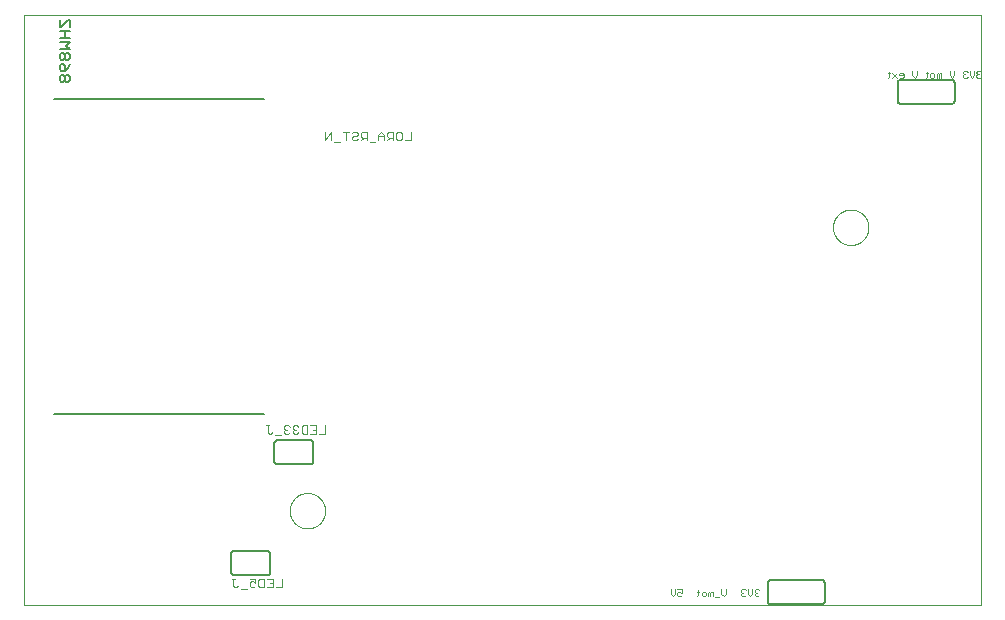
<source format=gbo>
G75*
%MOIN*%
%OFA0B0*%
%FSLAX25Y25*%
%IPPOS*%
%LPD*%
%AMOC8*
5,1,8,0,0,1.08239X$1,22.5*
%
%ADD10C,0.00000*%
%ADD11C,0.00200*%
%ADD12C,0.00600*%
%ADD13C,0.00300*%
%ADD14C,0.00500*%
%ADD15C,0.00700*%
D10*
X0007131Y0012652D02*
X0007131Y0209502D01*
X0326029Y0209502D01*
X0326029Y0012652D01*
X0007131Y0012652D01*
X0095714Y0044148D02*
X0095716Y0044301D01*
X0095722Y0044455D01*
X0095732Y0044608D01*
X0095746Y0044760D01*
X0095764Y0044913D01*
X0095786Y0045064D01*
X0095811Y0045215D01*
X0095841Y0045366D01*
X0095875Y0045516D01*
X0095912Y0045664D01*
X0095953Y0045812D01*
X0095998Y0045958D01*
X0096047Y0046104D01*
X0096100Y0046248D01*
X0096156Y0046390D01*
X0096216Y0046531D01*
X0096280Y0046671D01*
X0096347Y0046809D01*
X0096418Y0046945D01*
X0096493Y0047079D01*
X0096570Y0047211D01*
X0096652Y0047341D01*
X0096736Y0047469D01*
X0096824Y0047595D01*
X0096915Y0047718D01*
X0097009Y0047839D01*
X0097107Y0047957D01*
X0097207Y0048073D01*
X0097311Y0048186D01*
X0097417Y0048297D01*
X0097526Y0048405D01*
X0097638Y0048510D01*
X0097752Y0048611D01*
X0097870Y0048710D01*
X0097989Y0048806D01*
X0098111Y0048899D01*
X0098236Y0048988D01*
X0098363Y0049075D01*
X0098492Y0049157D01*
X0098623Y0049237D01*
X0098756Y0049313D01*
X0098891Y0049386D01*
X0099028Y0049455D01*
X0099167Y0049520D01*
X0099307Y0049582D01*
X0099449Y0049640D01*
X0099592Y0049695D01*
X0099737Y0049746D01*
X0099883Y0049793D01*
X0100030Y0049836D01*
X0100178Y0049875D01*
X0100327Y0049911D01*
X0100477Y0049942D01*
X0100628Y0049970D01*
X0100779Y0049994D01*
X0100932Y0050014D01*
X0101084Y0050030D01*
X0101237Y0050042D01*
X0101390Y0050050D01*
X0101543Y0050054D01*
X0101697Y0050054D01*
X0101850Y0050050D01*
X0102003Y0050042D01*
X0102156Y0050030D01*
X0102308Y0050014D01*
X0102461Y0049994D01*
X0102612Y0049970D01*
X0102763Y0049942D01*
X0102913Y0049911D01*
X0103062Y0049875D01*
X0103210Y0049836D01*
X0103357Y0049793D01*
X0103503Y0049746D01*
X0103648Y0049695D01*
X0103791Y0049640D01*
X0103933Y0049582D01*
X0104073Y0049520D01*
X0104212Y0049455D01*
X0104349Y0049386D01*
X0104484Y0049313D01*
X0104617Y0049237D01*
X0104748Y0049157D01*
X0104877Y0049075D01*
X0105004Y0048988D01*
X0105129Y0048899D01*
X0105251Y0048806D01*
X0105370Y0048710D01*
X0105488Y0048611D01*
X0105602Y0048510D01*
X0105714Y0048405D01*
X0105823Y0048297D01*
X0105929Y0048186D01*
X0106033Y0048073D01*
X0106133Y0047957D01*
X0106231Y0047839D01*
X0106325Y0047718D01*
X0106416Y0047595D01*
X0106504Y0047469D01*
X0106588Y0047341D01*
X0106670Y0047211D01*
X0106747Y0047079D01*
X0106822Y0046945D01*
X0106893Y0046809D01*
X0106960Y0046671D01*
X0107024Y0046531D01*
X0107084Y0046390D01*
X0107140Y0046248D01*
X0107193Y0046104D01*
X0107242Y0045958D01*
X0107287Y0045812D01*
X0107328Y0045664D01*
X0107365Y0045516D01*
X0107399Y0045366D01*
X0107429Y0045215D01*
X0107454Y0045064D01*
X0107476Y0044913D01*
X0107494Y0044760D01*
X0107508Y0044608D01*
X0107518Y0044455D01*
X0107524Y0044301D01*
X0107526Y0044148D01*
X0107524Y0043995D01*
X0107518Y0043841D01*
X0107508Y0043688D01*
X0107494Y0043536D01*
X0107476Y0043383D01*
X0107454Y0043232D01*
X0107429Y0043081D01*
X0107399Y0042930D01*
X0107365Y0042780D01*
X0107328Y0042632D01*
X0107287Y0042484D01*
X0107242Y0042338D01*
X0107193Y0042192D01*
X0107140Y0042048D01*
X0107084Y0041906D01*
X0107024Y0041765D01*
X0106960Y0041625D01*
X0106893Y0041487D01*
X0106822Y0041351D01*
X0106747Y0041217D01*
X0106670Y0041085D01*
X0106588Y0040955D01*
X0106504Y0040827D01*
X0106416Y0040701D01*
X0106325Y0040578D01*
X0106231Y0040457D01*
X0106133Y0040339D01*
X0106033Y0040223D01*
X0105929Y0040110D01*
X0105823Y0039999D01*
X0105714Y0039891D01*
X0105602Y0039786D01*
X0105488Y0039685D01*
X0105370Y0039586D01*
X0105251Y0039490D01*
X0105129Y0039397D01*
X0105004Y0039308D01*
X0104877Y0039221D01*
X0104748Y0039139D01*
X0104617Y0039059D01*
X0104484Y0038983D01*
X0104349Y0038910D01*
X0104212Y0038841D01*
X0104073Y0038776D01*
X0103933Y0038714D01*
X0103791Y0038656D01*
X0103648Y0038601D01*
X0103503Y0038550D01*
X0103357Y0038503D01*
X0103210Y0038460D01*
X0103062Y0038421D01*
X0102913Y0038385D01*
X0102763Y0038354D01*
X0102612Y0038326D01*
X0102461Y0038302D01*
X0102308Y0038282D01*
X0102156Y0038266D01*
X0102003Y0038254D01*
X0101850Y0038246D01*
X0101697Y0038242D01*
X0101543Y0038242D01*
X0101390Y0038246D01*
X0101237Y0038254D01*
X0101084Y0038266D01*
X0100932Y0038282D01*
X0100779Y0038302D01*
X0100628Y0038326D01*
X0100477Y0038354D01*
X0100327Y0038385D01*
X0100178Y0038421D01*
X0100030Y0038460D01*
X0099883Y0038503D01*
X0099737Y0038550D01*
X0099592Y0038601D01*
X0099449Y0038656D01*
X0099307Y0038714D01*
X0099167Y0038776D01*
X0099028Y0038841D01*
X0098891Y0038910D01*
X0098756Y0038983D01*
X0098623Y0039059D01*
X0098492Y0039139D01*
X0098363Y0039221D01*
X0098236Y0039308D01*
X0098111Y0039397D01*
X0097989Y0039490D01*
X0097870Y0039586D01*
X0097752Y0039685D01*
X0097638Y0039786D01*
X0097526Y0039891D01*
X0097417Y0039999D01*
X0097311Y0040110D01*
X0097207Y0040223D01*
X0097107Y0040339D01*
X0097009Y0040457D01*
X0096915Y0040578D01*
X0096824Y0040701D01*
X0096736Y0040827D01*
X0096652Y0040955D01*
X0096570Y0041085D01*
X0096493Y0041217D01*
X0096418Y0041351D01*
X0096347Y0041487D01*
X0096280Y0041625D01*
X0096216Y0041765D01*
X0096156Y0041906D01*
X0096100Y0042048D01*
X0096047Y0042192D01*
X0095998Y0042338D01*
X0095953Y0042484D01*
X0095912Y0042632D01*
X0095875Y0042780D01*
X0095841Y0042930D01*
X0095811Y0043081D01*
X0095786Y0043232D01*
X0095764Y0043383D01*
X0095746Y0043536D01*
X0095732Y0043688D01*
X0095722Y0043841D01*
X0095716Y0043995D01*
X0095714Y0044148D01*
X0276816Y0138636D02*
X0276818Y0138789D01*
X0276824Y0138943D01*
X0276834Y0139096D01*
X0276848Y0139248D01*
X0276866Y0139401D01*
X0276888Y0139552D01*
X0276913Y0139703D01*
X0276943Y0139854D01*
X0276977Y0140004D01*
X0277014Y0140152D01*
X0277055Y0140300D01*
X0277100Y0140446D01*
X0277149Y0140592D01*
X0277202Y0140736D01*
X0277258Y0140878D01*
X0277318Y0141019D01*
X0277382Y0141159D01*
X0277449Y0141297D01*
X0277520Y0141433D01*
X0277595Y0141567D01*
X0277672Y0141699D01*
X0277754Y0141829D01*
X0277838Y0141957D01*
X0277926Y0142083D01*
X0278017Y0142206D01*
X0278111Y0142327D01*
X0278209Y0142445D01*
X0278309Y0142561D01*
X0278413Y0142674D01*
X0278519Y0142785D01*
X0278628Y0142893D01*
X0278740Y0142998D01*
X0278854Y0143099D01*
X0278972Y0143198D01*
X0279091Y0143294D01*
X0279213Y0143387D01*
X0279338Y0143476D01*
X0279465Y0143563D01*
X0279594Y0143645D01*
X0279725Y0143725D01*
X0279858Y0143801D01*
X0279993Y0143874D01*
X0280130Y0143943D01*
X0280269Y0144008D01*
X0280409Y0144070D01*
X0280551Y0144128D01*
X0280694Y0144183D01*
X0280839Y0144234D01*
X0280985Y0144281D01*
X0281132Y0144324D01*
X0281280Y0144363D01*
X0281429Y0144399D01*
X0281579Y0144430D01*
X0281730Y0144458D01*
X0281881Y0144482D01*
X0282034Y0144502D01*
X0282186Y0144518D01*
X0282339Y0144530D01*
X0282492Y0144538D01*
X0282645Y0144542D01*
X0282799Y0144542D01*
X0282952Y0144538D01*
X0283105Y0144530D01*
X0283258Y0144518D01*
X0283410Y0144502D01*
X0283563Y0144482D01*
X0283714Y0144458D01*
X0283865Y0144430D01*
X0284015Y0144399D01*
X0284164Y0144363D01*
X0284312Y0144324D01*
X0284459Y0144281D01*
X0284605Y0144234D01*
X0284750Y0144183D01*
X0284893Y0144128D01*
X0285035Y0144070D01*
X0285175Y0144008D01*
X0285314Y0143943D01*
X0285451Y0143874D01*
X0285586Y0143801D01*
X0285719Y0143725D01*
X0285850Y0143645D01*
X0285979Y0143563D01*
X0286106Y0143476D01*
X0286231Y0143387D01*
X0286353Y0143294D01*
X0286472Y0143198D01*
X0286590Y0143099D01*
X0286704Y0142998D01*
X0286816Y0142893D01*
X0286925Y0142785D01*
X0287031Y0142674D01*
X0287135Y0142561D01*
X0287235Y0142445D01*
X0287333Y0142327D01*
X0287427Y0142206D01*
X0287518Y0142083D01*
X0287606Y0141957D01*
X0287690Y0141829D01*
X0287772Y0141699D01*
X0287849Y0141567D01*
X0287924Y0141433D01*
X0287995Y0141297D01*
X0288062Y0141159D01*
X0288126Y0141019D01*
X0288186Y0140878D01*
X0288242Y0140736D01*
X0288295Y0140592D01*
X0288344Y0140446D01*
X0288389Y0140300D01*
X0288430Y0140152D01*
X0288467Y0140004D01*
X0288501Y0139854D01*
X0288531Y0139703D01*
X0288556Y0139552D01*
X0288578Y0139401D01*
X0288596Y0139248D01*
X0288610Y0139096D01*
X0288620Y0138943D01*
X0288626Y0138789D01*
X0288628Y0138636D01*
X0288626Y0138483D01*
X0288620Y0138329D01*
X0288610Y0138176D01*
X0288596Y0138024D01*
X0288578Y0137871D01*
X0288556Y0137720D01*
X0288531Y0137569D01*
X0288501Y0137418D01*
X0288467Y0137268D01*
X0288430Y0137120D01*
X0288389Y0136972D01*
X0288344Y0136826D01*
X0288295Y0136680D01*
X0288242Y0136536D01*
X0288186Y0136394D01*
X0288126Y0136253D01*
X0288062Y0136113D01*
X0287995Y0135975D01*
X0287924Y0135839D01*
X0287849Y0135705D01*
X0287772Y0135573D01*
X0287690Y0135443D01*
X0287606Y0135315D01*
X0287518Y0135189D01*
X0287427Y0135066D01*
X0287333Y0134945D01*
X0287235Y0134827D01*
X0287135Y0134711D01*
X0287031Y0134598D01*
X0286925Y0134487D01*
X0286816Y0134379D01*
X0286704Y0134274D01*
X0286590Y0134173D01*
X0286472Y0134074D01*
X0286353Y0133978D01*
X0286231Y0133885D01*
X0286106Y0133796D01*
X0285979Y0133709D01*
X0285850Y0133627D01*
X0285719Y0133547D01*
X0285586Y0133471D01*
X0285451Y0133398D01*
X0285314Y0133329D01*
X0285175Y0133264D01*
X0285035Y0133202D01*
X0284893Y0133144D01*
X0284750Y0133089D01*
X0284605Y0133038D01*
X0284459Y0132991D01*
X0284312Y0132948D01*
X0284164Y0132909D01*
X0284015Y0132873D01*
X0283865Y0132842D01*
X0283714Y0132814D01*
X0283563Y0132790D01*
X0283410Y0132770D01*
X0283258Y0132754D01*
X0283105Y0132742D01*
X0282952Y0132734D01*
X0282799Y0132730D01*
X0282645Y0132730D01*
X0282492Y0132734D01*
X0282339Y0132742D01*
X0282186Y0132754D01*
X0282034Y0132770D01*
X0281881Y0132790D01*
X0281730Y0132814D01*
X0281579Y0132842D01*
X0281429Y0132873D01*
X0281280Y0132909D01*
X0281132Y0132948D01*
X0280985Y0132991D01*
X0280839Y0133038D01*
X0280694Y0133089D01*
X0280551Y0133144D01*
X0280409Y0133202D01*
X0280269Y0133264D01*
X0280130Y0133329D01*
X0279993Y0133398D01*
X0279858Y0133471D01*
X0279725Y0133547D01*
X0279594Y0133627D01*
X0279465Y0133709D01*
X0279338Y0133796D01*
X0279213Y0133885D01*
X0279091Y0133978D01*
X0278972Y0134074D01*
X0278854Y0134173D01*
X0278740Y0134274D01*
X0278628Y0134379D01*
X0278519Y0134487D01*
X0278413Y0134598D01*
X0278309Y0134711D01*
X0278209Y0134827D01*
X0278111Y0134945D01*
X0278017Y0135066D01*
X0277926Y0135189D01*
X0277838Y0135315D01*
X0277754Y0135443D01*
X0277672Y0135573D01*
X0277595Y0135705D01*
X0277520Y0135839D01*
X0277449Y0135975D01*
X0277382Y0136113D01*
X0277318Y0136253D01*
X0277258Y0136394D01*
X0277202Y0136536D01*
X0277149Y0136680D01*
X0277100Y0136826D01*
X0277055Y0136972D01*
X0277014Y0137120D01*
X0276977Y0137268D01*
X0276943Y0137418D01*
X0276913Y0137569D01*
X0276888Y0137720D01*
X0276866Y0137871D01*
X0276848Y0138024D01*
X0276834Y0138176D01*
X0276824Y0138329D01*
X0276818Y0138483D01*
X0276816Y0138636D01*
D11*
X0295165Y0188496D02*
X0295532Y0188863D01*
X0295532Y0190331D01*
X0295899Y0189964D02*
X0295165Y0189964D01*
X0296641Y0189964D02*
X0298109Y0188496D01*
X0298851Y0189230D02*
X0300319Y0189230D01*
X0300319Y0188863D02*
X0300319Y0189597D01*
X0299952Y0189964D01*
X0299218Y0189964D01*
X0298851Y0189597D01*
X0298851Y0189230D01*
X0299218Y0188496D02*
X0299952Y0188496D01*
X0300319Y0188863D01*
X0301061Y0188129D02*
X0302529Y0188129D01*
X0303271Y0189230D02*
X0303271Y0190698D01*
X0303271Y0189230D02*
X0304005Y0188496D01*
X0304739Y0189230D01*
X0304739Y0190698D01*
X0307688Y0189964D02*
X0308422Y0189964D01*
X0308055Y0190331D02*
X0308055Y0188863D01*
X0307688Y0188496D01*
X0309164Y0188863D02*
X0309164Y0189597D01*
X0309531Y0189964D01*
X0310265Y0189964D01*
X0310632Y0189597D01*
X0310632Y0188863D01*
X0310265Y0188496D01*
X0309531Y0188496D01*
X0309164Y0188863D01*
X0311374Y0188496D02*
X0311374Y0189597D01*
X0311741Y0189964D01*
X0312108Y0189597D01*
X0312108Y0188496D01*
X0312842Y0188496D02*
X0312842Y0189964D01*
X0312475Y0189964D01*
X0312108Y0189597D01*
X0313584Y0188129D02*
X0315052Y0188129D01*
X0315794Y0189230D02*
X0315794Y0190698D01*
X0317262Y0190698D02*
X0317262Y0189230D01*
X0316528Y0188496D01*
X0315794Y0189230D01*
X0320213Y0189230D02*
X0320213Y0188863D01*
X0320580Y0188496D01*
X0321314Y0188496D01*
X0321681Y0188863D01*
X0322423Y0189230D02*
X0322423Y0190698D01*
X0321681Y0190331D02*
X0321314Y0190698D01*
X0320580Y0190698D01*
X0320213Y0190331D01*
X0320213Y0189964D01*
X0320580Y0189597D01*
X0320213Y0189230D01*
X0320580Y0189597D02*
X0320947Y0189597D01*
X0322423Y0189230D02*
X0323157Y0188496D01*
X0323891Y0189230D01*
X0323891Y0190698D01*
X0324633Y0190331D02*
X0324633Y0189964D01*
X0325000Y0189597D01*
X0324633Y0189230D01*
X0324633Y0188863D01*
X0325000Y0188496D01*
X0325734Y0188496D01*
X0326101Y0188863D01*
X0325367Y0189597D02*
X0325000Y0189597D01*
X0324633Y0190331D02*
X0325000Y0190698D01*
X0325734Y0190698D01*
X0326101Y0190331D01*
X0298109Y0189964D02*
X0296641Y0188496D01*
X0251770Y0017935D02*
X0251036Y0017935D01*
X0250669Y0017568D01*
X0250669Y0017201D01*
X0251036Y0016834D01*
X0250669Y0016467D01*
X0250669Y0016100D01*
X0251036Y0015733D01*
X0251770Y0015733D01*
X0252137Y0016100D01*
X0251403Y0016834D02*
X0251036Y0016834D01*
X0249927Y0016467D02*
X0249927Y0017935D01*
X0249927Y0016467D02*
X0249193Y0015733D01*
X0248459Y0016467D01*
X0248459Y0017935D01*
X0247717Y0017568D02*
X0247350Y0017935D01*
X0246616Y0017935D01*
X0246249Y0017568D01*
X0246249Y0017201D01*
X0246616Y0016834D01*
X0246249Y0016467D01*
X0246249Y0016100D01*
X0246616Y0015733D01*
X0247350Y0015733D01*
X0247717Y0016100D01*
X0246983Y0016834D02*
X0246616Y0016834D01*
X0241088Y0016467D02*
X0241088Y0017935D01*
X0241088Y0016467D02*
X0240354Y0015733D01*
X0239620Y0016467D01*
X0239620Y0017935D01*
X0238878Y0015366D02*
X0237410Y0015366D01*
X0236668Y0015733D02*
X0236668Y0017201D01*
X0236301Y0017201D01*
X0235934Y0016834D01*
X0235567Y0017201D01*
X0235200Y0016834D01*
X0235200Y0015733D01*
X0235934Y0015733D02*
X0235934Y0016834D01*
X0234458Y0016834D02*
X0234458Y0016100D01*
X0234091Y0015733D01*
X0233357Y0015733D01*
X0232990Y0016100D01*
X0232990Y0016834D01*
X0233357Y0017201D01*
X0234091Y0017201D01*
X0234458Y0016834D01*
X0232248Y0017201D02*
X0231514Y0017201D01*
X0231881Y0017568D02*
X0231881Y0016100D01*
X0231514Y0015733D01*
X0226355Y0016100D02*
X0225988Y0015733D01*
X0225254Y0015733D01*
X0224887Y0016100D01*
X0224887Y0016834D01*
X0225254Y0017201D01*
X0225621Y0017201D01*
X0226355Y0016834D01*
X0226355Y0017935D01*
X0224887Y0017935D01*
X0224145Y0017935D02*
X0224145Y0016467D01*
X0223411Y0015733D01*
X0222677Y0016467D01*
X0222677Y0017935D01*
X0251770Y0017935D02*
X0252137Y0017568D01*
D12*
X0255031Y0020115D02*
X0255031Y0014115D01*
X0255033Y0014055D01*
X0255038Y0013994D01*
X0255047Y0013935D01*
X0255060Y0013876D01*
X0255076Y0013817D01*
X0255096Y0013760D01*
X0255119Y0013705D01*
X0255146Y0013650D01*
X0255175Y0013598D01*
X0255208Y0013547D01*
X0255244Y0013498D01*
X0255282Y0013452D01*
X0255324Y0013408D01*
X0255368Y0013366D01*
X0255414Y0013328D01*
X0255463Y0013292D01*
X0255514Y0013259D01*
X0255566Y0013230D01*
X0255621Y0013203D01*
X0255676Y0013180D01*
X0255733Y0013160D01*
X0255792Y0013144D01*
X0255851Y0013131D01*
X0255910Y0013122D01*
X0255971Y0013117D01*
X0256031Y0013115D01*
X0273031Y0013115D01*
X0273091Y0013117D01*
X0273152Y0013122D01*
X0273211Y0013131D01*
X0273270Y0013144D01*
X0273329Y0013160D01*
X0273386Y0013180D01*
X0273441Y0013203D01*
X0273496Y0013230D01*
X0273548Y0013259D01*
X0273599Y0013292D01*
X0273648Y0013328D01*
X0273694Y0013366D01*
X0273738Y0013408D01*
X0273780Y0013452D01*
X0273818Y0013498D01*
X0273854Y0013547D01*
X0273887Y0013598D01*
X0273916Y0013650D01*
X0273943Y0013705D01*
X0273966Y0013760D01*
X0273986Y0013817D01*
X0274002Y0013876D01*
X0274015Y0013935D01*
X0274024Y0013994D01*
X0274029Y0014055D01*
X0274031Y0014115D01*
X0274031Y0020115D01*
X0274029Y0020175D01*
X0274024Y0020236D01*
X0274015Y0020295D01*
X0274002Y0020354D01*
X0273986Y0020413D01*
X0273966Y0020470D01*
X0273943Y0020525D01*
X0273916Y0020580D01*
X0273887Y0020632D01*
X0273854Y0020683D01*
X0273818Y0020732D01*
X0273780Y0020778D01*
X0273738Y0020822D01*
X0273694Y0020864D01*
X0273648Y0020902D01*
X0273599Y0020938D01*
X0273548Y0020971D01*
X0273496Y0021000D01*
X0273441Y0021027D01*
X0273386Y0021050D01*
X0273329Y0021070D01*
X0273270Y0021086D01*
X0273211Y0021099D01*
X0273152Y0021108D01*
X0273091Y0021113D01*
X0273031Y0021115D01*
X0256031Y0021115D01*
X0255971Y0021113D01*
X0255910Y0021108D01*
X0255851Y0021099D01*
X0255792Y0021086D01*
X0255733Y0021070D01*
X0255676Y0021050D01*
X0255621Y0021027D01*
X0255566Y0021000D01*
X0255514Y0020971D01*
X0255463Y0020938D01*
X0255414Y0020902D01*
X0255368Y0020864D01*
X0255324Y0020822D01*
X0255282Y0020778D01*
X0255244Y0020732D01*
X0255208Y0020683D01*
X0255175Y0020632D01*
X0255146Y0020580D01*
X0255119Y0020525D01*
X0255096Y0020470D01*
X0255076Y0020413D01*
X0255060Y0020354D01*
X0255047Y0020295D01*
X0255038Y0020236D01*
X0255033Y0020175D01*
X0255031Y0020115D01*
X0103631Y0060715D02*
X0103631Y0066715D01*
X0103629Y0066775D01*
X0103624Y0066836D01*
X0103615Y0066895D01*
X0103602Y0066954D01*
X0103586Y0067013D01*
X0103566Y0067070D01*
X0103543Y0067125D01*
X0103516Y0067180D01*
X0103487Y0067232D01*
X0103454Y0067283D01*
X0103418Y0067332D01*
X0103380Y0067378D01*
X0103338Y0067422D01*
X0103294Y0067464D01*
X0103248Y0067502D01*
X0103199Y0067538D01*
X0103148Y0067571D01*
X0103096Y0067600D01*
X0103041Y0067627D01*
X0102986Y0067650D01*
X0102929Y0067670D01*
X0102870Y0067686D01*
X0102811Y0067699D01*
X0102752Y0067708D01*
X0102691Y0067713D01*
X0102631Y0067715D01*
X0091631Y0067715D01*
X0091571Y0067713D01*
X0091510Y0067708D01*
X0091451Y0067699D01*
X0091392Y0067686D01*
X0091333Y0067670D01*
X0091276Y0067650D01*
X0091221Y0067627D01*
X0091166Y0067600D01*
X0091114Y0067571D01*
X0091063Y0067538D01*
X0091014Y0067502D01*
X0090968Y0067464D01*
X0090924Y0067422D01*
X0090882Y0067378D01*
X0090844Y0067332D01*
X0090808Y0067283D01*
X0090775Y0067232D01*
X0090746Y0067180D01*
X0090719Y0067125D01*
X0090696Y0067070D01*
X0090676Y0067013D01*
X0090660Y0066954D01*
X0090647Y0066895D01*
X0090638Y0066836D01*
X0090633Y0066775D01*
X0090631Y0066715D01*
X0090631Y0060715D01*
X0090633Y0060655D01*
X0090638Y0060594D01*
X0090647Y0060535D01*
X0090660Y0060476D01*
X0090676Y0060417D01*
X0090696Y0060360D01*
X0090719Y0060305D01*
X0090746Y0060250D01*
X0090775Y0060198D01*
X0090808Y0060147D01*
X0090844Y0060098D01*
X0090882Y0060052D01*
X0090924Y0060008D01*
X0090968Y0059966D01*
X0091014Y0059928D01*
X0091063Y0059892D01*
X0091114Y0059859D01*
X0091166Y0059830D01*
X0091221Y0059803D01*
X0091276Y0059780D01*
X0091333Y0059760D01*
X0091392Y0059744D01*
X0091451Y0059731D01*
X0091510Y0059722D01*
X0091571Y0059717D01*
X0091631Y0059715D01*
X0102631Y0059715D01*
X0102691Y0059717D01*
X0102752Y0059722D01*
X0102811Y0059731D01*
X0102870Y0059744D01*
X0102929Y0059760D01*
X0102986Y0059780D01*
X0103041Y0059803D01*
X0103096Y0059830D01*
X0103148Y0059859D01*
X0103199Y0059892D01*
X0103248Y0059928D01*
X0103294Y0059966D01*
X0103338Y0060008D01*
X0103380Y0060052D01*
X0103418Y0060098D01*
X0103454Y0060147D01*
X0103487Y0060198D01*
X0103516Y0060250D01*
X0103543Y0060305D01*
X0103566Y0060360D01*
X0103586Y0060417D01*
X0103602Y0060476D01*
X0103615Y0060535D01*
X0103624Y0060594D01*
X0103629Y0060655D01*
X0103631Y0060715D01*
X0088198Y0030778D02*
X0077198Y0030778D01*
X0077138Y0030776D01*
X0077077Y0030771D01*
X0077018Y0030762D01*
X0076959Y0030749D01*
X0076900Y0030733D01*
X0076843Y0030713D01*
X0076788Y0030690D01*
X0076733Y0030663D01*
X0076681Y0030634D01*
X0076630Y0030601D01*
X0076581Y0030565D01*
X0076535Y0030527D01*
X0076491Y0030485D01*
X0076449Y0030441D01*
X0076411Y0030395D01*
X0076375Y0030346D01*
X0076342Y0030295D01*
X0076313Y0030243D01*
X0076286Y0030188D01*
X0076263Y0030133D01*
X0076243Y0030076D01*
X0076227Y0030017D01*
X0076214Y0029958D01*
X0076205Y0029899D01*
X0076200Y0029838D01*
X0076198Y0029778D01*
X0076198Y0023778D01*
X0076200Y0023718D01*
X0076205Y0023657D01*
X0076214Y0023598D01*
X0076227Y0023539D01*
X0076243Y0023480D01*
X0076263Y0023423D01*
X0076286Y0023368D01*
X0076313Y0023313D01*
X0076342Y0023261D01*
X0076375Y0023210D01*
X0076411Y0023161D01*
X0076449Y0023115D01*
X0076491Y0023071D01*
X0076535Y0023029D01*
X0076581Y0022991D01*
X0076630Y0022955D01*
X0076681Y0022922D01*
X0076733Y0022893D01*
X0076788Y0022866D01*
X0076843Y0022843D01*
X0076900Y0022823D01*
X0076959Y0022807D01*
X0077018Y0022794D01*
X0077077Y0022785D01*
X0077138Y0022780D01*
X0077198Y0022778D01*
X0088198Y0022778D01*
X0088258Y0022780D01*
X0088319Y0022785D01*
X0088378Y0022794D01*
X0088437Y0022807D01*
X0088496Y0022823D01*
X0088553Y0022843D01*
X0088608Y0022866D01*
X0088663Y0022893D01*
X0088715Y0022922D01*
X0088766Y0022955D01*
X0088815Y0022991D01*
X0088861Y0023029D01*
X0088905Y0023071D01*
X0088947Y0023115D01*
X0088985Y0023161D01*
X0089021Y0023210D01*
X0089054Y0023261D01*
X0089083Y0023313D01*
X0089110Y0023368D01*
X0089133Y0023423D01*
X0089153Y0023480D01*
X0089169Y0023539D01*
X0089182Y0023598D01*
X0089191Y0023657D01*
X0089196Y0023718D01*
X0089198Y0023778D01*
X0089198Y0029778D01*
X0089196Y0029838D01*
X0089191Y0029899D01*
X0089182Y0029958D01*
X0089169Y0030017D01*
X0089153Y0030076D01*
X0089133Y0030133D01*
X0089110Y0030188D01*
X0089083Y0030243D01*
X0089054Y0030295D01*
X0089021Y0030346D01*
X0088985Y0030395D01*
X0088947Y0030441D01*
X0088905Y0030485D01*
X0088861Y0030527D01*
X0088815Y0030565D01*
X0088766Y0030601D01*
X0088715Y0030634D01*
X0088663Y0030663D01*
X0088608Y0030690D01*
X0088553Y0030713D01*
X0088496Y0030733D01*
X0088437Y0030749D01*
X0088378Y0030762D01*
X0088319Y0030771D01*
X0088258Y0030776D01*
X0088198Y0030778D01*
X0298337Y0180831D02*
X0298337Y0186831D01*
X0298339Y0186891D01*
X0298344Y0186952D01*
X0298353Y0187011D01*
X0298366Y0187070D01*
X0298382Y0187129D01*
X0298402Y0187186D01*
X0298425Y0187241D01*
X0298452Y0187296D01*
X0298481Y0187348D01*
X0298514Y0187399D01*
X0298550Y0187448D01*
X0298588Y0187494D01*
X0298630Y0187538D01*
X0298674Y0187580D01*
X0298720Y0187618D01*
X0298769Y0187654D01*
X0298820Y0187687D01*
X0298872Y0187716D01*
X0298927Y0187743D01*
X0298982Y0187766D01*
X0299039Y0187786D01*
X0299098Y0187802D01*
X0299157Y0187815D01*
X0299216Y0187824D01*
X0299277Y0187829D01*
X0299337Y0187831D01*
X0316337Y0187831D01*
X0316397Y0187829D01*
X0316458Y0187824D01*
X0316517Y0187815D01*
X0316576Y0187802D01*
X0316635Y0187786D01*
X0316692Y0187766D01*
X0316747Y0187743D01*
X0316802Y0187716D01*
X0316854Y0187687D01*
X0316905Y0187654D01*
X0316954Y0187618D01*
X0317000Y0187580D01*
X0317044Y0187538D01*
X0317086Y0187494D01*
X0317124Y0187448D01*
X0317160Y0187399D01*
X0317193Y0187348D01*
X0317222Y0187296D01*
X0317249Y0187241D01*
X0317272Y0187186D01*
X0317292Y0187129D01*
X0317308Y0187070D01*
X0317321Y0187011D01*
X0317330Y0186952D01*
X0317335Y0186891D01*
X0317337Y0186831D01*
X0317337Y0180831D01*
X0317335Y0180771D01*
X0317330Y0180710D01*
X0317321Y0180651D01*
X0317308Y0180592D01*
X0317292Y0180533D01*
X0317272Y0180476D01*
X0317249Y0180421D01*
X0317222Y0180366D01*
X0317193Y0180314D01*
X0317160Y0180263D01*
X0317124Y0180214D01*
X0317086Y0180168D01*
X0317044Y0180124D01*
X0317000Y0180082D01*
X0316954Y0180044D01*
X0316905Y0180008D01*
X0316854Y0179975D01*
X0316802Y0179946D01*
X0316747Y0179919D01*
X0316692Y0179896D01*
X0316635Y0179876D01*
X0316576Y0179860D01*
X0316517Y0179847D01*
X0316458Y0179838D01*
X0316397Y0179833D01*
X0316337Y0179831D01*
X0299337Y0179831D01*
X0299277Y0179833D01*
X0299216Y0179838D01*
X0299157Y0179847D01*
X0299098Y0179860D01*
X0299039Y0179876D01*
X0298982Y0179896D01*
X0298927Y0179919D01*
X0298872Y0179946D01*
X0298820Y0179975D01*
X0298769Y0180008D01*
X0298720Y0180044D01*
X0298674Y0180082D01*
X0298630Y0180124D01*
X0298588Y0180168D01*
X0298550Y0180214D01*
X0298514Y0180263D01*
X0298481Y0180314D01*
X0298452Y0180366D01*
X0298425Y0180421D01*
X0298402Y0180476D01*
X0298382Y0180533D01*
X0298366Y0180592D01*
X0298353Y0180651D01*
X0298344Y0180710D01*
X0298339Y0180771D01*
X0298337Y0180831D01*
D13*
X0136081Y0170467D02*
X0136081Y0167565D01*
X0134147Y0167565D01*
X0133135Y0168049D02*
X0132651Y0167565D01*
X0131684Y0167565D01*
X0131200Y0168049D01*
X0131200Y0169984D01*
X0131684Y0170467D01*
X0132651Y0170467D01*
X0133135Y0169984D01*
X0133135Y0168049D01*
X0130188Y0168532D02*
X0128737Y0168532D01*
X0128253Y0169016D01*
X0128253Y0169984D01*
X0128737Y0170467D01*
X0130188Y0170467D01*
X0130188Y0167565D01*
X0129221Y0168532D02*
X0128253Y0167565D01*
X0127242Y0167565D02*
X0127242Y0169500D01*
X0126274Y0170467D01*
X0125307Y0169500D01*
X0125307Y0167565D01*
X0124295Y0167081D02*
X0122360Y0167081D01*
X0121349Y0167565D02*
X0121349Y0170467D01*
X0119898Y0170467D01*
X0119414Y0169984D01*
X0119414Y0169016D01*
X0119898Y0168532D01*
X0121349Y0168532D01*
X0120381Y0168532D02*
X0119414Y0167565D01*
X0118402Y0168049D02*
X0117919Y0167565D01*
X0116951Y0167565D01*
X0116467Y0168049D01*
X0116467Y0168532D01*
X0116951Y0169016D01*
X0117919Y0169016D01*
X0118402Y0169500D01*
X0118402Y0169984D01*
X0117919Y0170467D01*
X0116951Y0170467D01*
X0116467Y0169984D01*
X0115456Y0170467D02*
X0113521Y0170467D01*
X0114488Y0170467D02*
X0114488Y0167565D01*
X0112509Y0167081D02*
X0110574Y0167081D01*
X0109563Y0167565D02*
X0109563Y0170467D01*
X0107628Y0167565D01*
X0107628Y0170467D01*
X0125307Y0169016D02*
X0127242Y0169016D01*
X0107481Y0072667D02*
X0107481Y0069765D01*
X0105547Y0069765D01*
X0104535Y0069765D02*
X0104535Y0072667D01*
X0102600Y0072667D01*
X0101588Y0072667D02*
X0101588Y0069765D01*
X0100137Y0069765D01*
X0099653Y0070249D01*
X0099653Y0072184D01*
X0100137Y0072667D01*
X0101588Y0072667D01*
X0103567Y0071216D02*
X0104535Y0071216D01*
X0104535Y0069765D02*
X0102600Y0069765D01*
X0098642Y0070249D02*
X0098158Y0069765D01*
X0097191Y0069765D01*
X0096707Y0070249D01*
X0096707Y0070732D01*
X0097191Y0071216D01*
X0097674Y0071216D01*
X0097191Y0071216D02*
X0096707Y0071700D01*
X0096707Y0072184D01*
X0097191Y0072667D01*
X0098158Y0072667D01*
X0098642Y0072184D01*
X0095695Y0072184D02*
X0095212Y0072667D01*
X0094244Y0072667D01*
X0093760Y0072184D01*
X0093760Y0071700D01*
X0094244Y0071216D01*
X0093760Y0070732D01*
X0093760Y0070249D01*
X0094244Y0069765D01*
X0095212Y0069765D01*
X0095695Y0070249D01*
X0094728Y0071216D02*
X0094244Y0071216D01*
X0092749Y0069281D02*
X0090814Y0069281D01*
X0089802Y0070249D02*
X0089319Y0069765D01*
X0088835Y0069765D01*
X0088351Y0070249D01*
X0088351Y0072667D01*
X0088835Y0072667D02*
X0087867Y0072667D01*
X0088246Y0021530D02*
X0090181Y0021530D01*
X0090181Y0018628D01*
X0088246Y0018628D01*
X0087234Y0018628D02*
X0085783Y0018628D01*
X0085300Y0019112D01*
X0085300Y0021047D01*
X0085783Y0021530D01*
X0087234Y0021530D01*
X0087234Y0018628D01*
X0089214Y0020079D02*
X0090181Y0020079D01*
X0091193Y0018628D02*
X0093128Y0018628D01*
X0093128Y0021530D01*
X0084288Y0021530D02*
X0084288Y0020079D01*
X0083320Y0020563D01*
X0082837Y0020563D01*
X0082353Y0020079D01*
X0082353Y0019112D01*
X0082837Y0018628D01*
X0083804Y0018628D01*
X0084288Y0019112D01*
X0084288Y0021530D02*
X0082353Y0021530D01*
X0081341Y0018144D02*
X0079406Y0018144D01*
X0078395Y0019112D02*
X0077911Y0018628D01*
X0077427Y0018628D01*
X0076944Y0019112D01*
X0076944Y0021530D01*
X0077427Y0021530D02*
X0076460Y0021530D01*
D14*
X0087131Y0076515D02*
X0017053Y0076515D01*
X0017053Y0181515D02*
X0087131Y0181515D01*
D15*
X0022384Y0187615D02*
X0022384Y0188716D01*
X0021834Y0189267D01*
X0021283Y0189267D01*
X0020733Y0188716D01*
X0020733Y0187615D01*
X0021283Y0187065D01*
X0021834Y0187065D01*
X0022384Y0187615D01*
X0020733Y0187615D02*
X0020182Y0187065D01*
X0019632Y0187065D01*
X0019081Y0187615D01*
X0019081Y0188716D01*
X0019632Y0189267D01*
X0020182Y0189267D01*
X0020733Y0188716D01*
X0020733Y0190748D02*
X0019632Y0190748D01*
X0019081Y0191299D01*
X0019081Y0192400D01*
X0019632Y0192950D01*
X0020182Y0192950D01*
X0020733Y0192400D01*
X0020733Y0190748D01*
X0021834Y0191849D01*
X0022384Y0192950D01*
X0021834Y0194431D02*
X0021283Y0194431D01*
X0020733Y0194982D01*
X0020733Y0196083D01*
X0020182Y0196633D01*
X0019632Y0196633D01*
X0019081Y0196083D01*
X0019081Y0194982D01*
X0019632Y0194431D01*
X0020182Y0194431D01*
X0020733Y0194982D01*
X0020733Y0196083D02*
X0021283Y0196633D01*
X0021834Y0196633D01*
X0022384Y0196083D01*
X0022384Y0194982D01*
X0021834Y0194431D01*
X0022384Y0198114D02*
X0019081Y0198114D01*
X0019081Y0200316D02*
X0022384Y0200316D01*
X0021283Y0199215D01*
X0022384Y0198114D01*
X0022384Y0201798D02*
X0019081Y0201798D01*
X0020733Y0201798D02*
X0020733Y0203999D01*
X0022384Y0203999D02*
X0019081Y0203999D01*
X0019081Y0205481D02*
X0019081Y0207683D01*
X0019081Y0205481D02*
X0019632Y0205481D01*
X0021834Y0207683D01*
X0022384Y0207683D01*
X0022384Y0205481D01*
M02*

</source>
